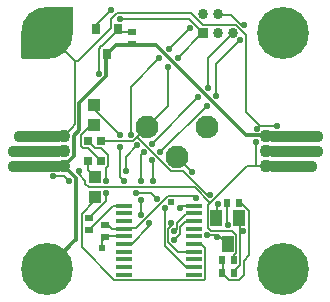
<source format=gtl>
G04 EAGLE Gerber X2 export*
%TF.Part,Single*%
%TF.FileFunction,Copper,L1,Top,Mixed*%
%TF.FilePolarity,Positive*%
%TF.GenerationSoftware,Autodesk,EAGLE,9.6.2*%
%TF.CreationDate,2022-06-05T05:17:34Z*%
G75*
%MOMM*%
%FSLAX34Y34*%
%LPD*%
%INTop Copper*%
%AMOC8*
5,1,8,0,0,1.08239X$1,22.5*%
G01*
%ADD10R,0.700000X0.600000*%
%ADD11R,0.600000X0.700000*%
%ADD12R,0.800000X0.900000*%
%ADD13C,0.863600*%
%ADD14R,0.863600X0.863600*%
%ADD15R,0.700000X0.800000*%
%ADD16C,0.720000*%
%ADD17C,1.100000*%
%ADD18C,0.558800*%
%ADD19R,1.100000X1.000000*%
%ADD20R,1.000000X1.400000*%
%ADD21R,1.475000X0.450000*%
%ADD22C,4.400000*%
%ADD23C,1.930400*%
%ADD24C,0.152400*%
%ADD25C,0.604000*%
%ADD26C,0.304800*%

G36*
X61006Y224011D02*
X61006Y224011D01*
X61128Y224009D01*
X61147Y224014D01*
X61167Y224015D01*
X61283Y224052D01*
X61400Y224084D01*
X61417Y224095D01*
X61435Y224101D01*
X61536Y224168D01*
X61640Y224232D01*
X61653Y224247D01*
X61669Y224258D01*
X61747Y224351D01*
X61829Y224442D01*
X61837Y224459D01*
X61850Y224475D01*
X61899Y224586D01*
X61952Y224695D01*
X61955Y224714D01*
X61963Y224733D01*
X61989Y224935D01*
X61999Y225000D01*
X61999Y246000D01*
X61990Y246062D01*
X61991Y246112D01*
X61991Y246113D01*
X61991Y246128D01*
X61970Y246203D01*
X61959Y246279D01*
X61933Y246338D01*
X61916Y246400D01*
X61875Y246466D01*
X61843Y246536D01*
X61801Y246585D01*
X61768Y246640D01*
X61710Y246692D01*
X61660Y246750D01*
X61606Y246786D01*
X61558Y246829D01*
X61489Y246862D01*
X61424Y246905D01*
X61362Y246924D01*
X61305Y246952D01*
X61235Y246963D01*
X61154Y246987D01*
X61069Y246988D01*
X61000Y246999D01*
X40000Y246999D01*
X39871Y246981D01*
X39742Y246965D01*
X39732Y246961D01*
X39721Y246959D01*
X39602Y246906D01*
X39482Y246855D01*
X39474Y246848D01*
X39464Y246843D01*
X39365Y246759D01*
X39264Y246676D01*
X39258Y246667D01*
X39250Y246660D01*
X39178Y246551D01*
X39104Y246443D01*
X39101Y246433D01*
X39095Y246424D01*
X39057Y246299D01*
X39016Y246175D01*
X39016Y246165D01*
X39013Y246154D01*
X39011Y246024D01*
X39006Y245894D01*
X39009Y245883D01*
X39009Y245872D01*
X39044Y245746D01*
X39076Y245620D01*
X39081Y245611D01*
X39084Y245600D01*
X39153Y245489D01*
X39219Y245377D01*
X39226Y245370D01*
X39232Y245360D01*
X39442Y245171D01*
X39444Y245170D01*
X39446Y245169D01*
X51287Y237274D01*
X60178Y224431D01*
X60261Y224342D01*
X60340Y224250D01*
X60357Y224239D01*
X60370Y224224D01*
X60474Y224162D01*
X60576Y224095D01*
X60595Y224089D01*
X60612Y224079D01*
X60730Y224048D01*
X60846Y224013D01*
X60866Y224012D01*
X60885Y224007D01*
X61006Y224011D01*
G37*
G36*
X40007Y203002D02*
X40007Y203002D01*
X40015Y203001D01*
X40148Y203022D01*
X40279Y203041D01*
X40286Y203044D01*
X40293Y203045D01*
X40415Y203102D01*
X40536Y203157D01*
X40542Y203162D01*
X40549Y203165D01*
X40650Y203254D01*
X40750Y203340D01*
X40754Y203346D01*
X40760Y203351D01*
X40831Y203464D01*
X40905Y203576D01*
X40907Y203583D01*
X40911Y203590D01*
X40948Y203717D01*
X40987Y203846D01*
X40987Y203853D01*
X40989Y203860D01*
X40989Y203994D01*
X40991Y204128D01*
X40989Y204135D01*
X40989Y204142D01*
X40952Y204270D01*
X40916Y204400D01*
X40912Y204406D01*
X40910Y204413D01*
X40838Y204526D01*
X40768Y204640D01*
X40762Y204645D01*
X40758Y204651D01*
X40704Y204697D01*
X40558Y204829D01*
X40539Y204838D01*
X40524Y204851D01*
X27726Y212726D01*
X19851Y225524D01*
X19846Y225530D01*
X19843Y225536D01*
X19801Y225585D01*
X19777Y225624D01*
X19739Y225659D01*
X19671Y225741D01*
X19665Y225745D01*
X19660Y225750D01*
X19578Y225804D01*
X19568Y225813D01*
X19554Y225820D01*
X19547Y225824D01*
X19437Y225899D01*
X19430Y225901D01*
X19424Y225905D01*
X19296Y225944D01*
X19169Y225985D01*
X19161Y225985D01*
X19154Y225987D01*
X19021Y225989D01*
X18887Y225993D01*
X18880Y225991D01*
X18872Y225991D01*
X18743Y225955D01*
X18614Y225922D01*
X18608Y225918D01*
X18600Y225916D01*
X18486Y225845D01*
X18372Y225777D01*
X18367Y225772D01*
X18360Y225768D01*
X18271Y225668D01*
X18180Y225571D01*
X18176Y225564D01*
X18171Y225558D01*
X18113Y225438D01*
X18107Y225427D01*
X18095Y225408D01*
X18091Y225394D01*
X18053Y225319D01*
X18052Y225311D01*
X18048Y225305D01*
X18038Y225236D01*
X18030Y225195D01*
X18013Y225138D01*
X18012Y225099D01*
X18002Y225041D01*
X18004Y225019D01*
X18001Y225000D01*
X18001Y204000D01*
X18010Y203936D01*
X18009Y203872D01*
X18030Y203797D01*
X18041Y203721D01*
X18067Y203662D01*
X18084Y203600D01*
X18125Y203534D01*
X18157Y203464D01*
X18199Y203415D01*
X18232Y203360D01*
X18290Y203308D01*
X18340Y203250D01*
X18394Y203214D01*
X18442Y203171D01*
X18511Y203138D01*
X18576Y203095D01*
X18638Y203076D01*
X18695Y203048D01*
X18765Y203037D01*
X18846Y203013D01*
X18931Y203012D01*
X19000Y203001D01*
X40000Y203001D01*
X40007Y203002D01*
G37*
D10*
X112112Y215260D03*
X112112Y225260D03*
X89504Y61766D03*
X89504Y51766D03*
D11*
X192380Y81018D03*
X202380Y81018D03*
X188548Y21336D03*
X198548Y21336D03*
X188548Y32766D03*
X198548Y32766D03*
D12*
X100404Y227762D03*
X81404Y227762D03*
X90904Y206762D03*
D13*
X185138Y240626D03*
X185138Y224878D03*
X172438Y240626D03*
D14*
X172438Y224878D03*
D13*
X197838Y224878D03*
D15*
X74500Y133500D03*
X85500Y133500D03*
X74500Y116500D03*
X85500Y116500D03*
D10*
X75476Y57808D03*
X75476Y67808D03*
D16*
X49400Y136800D02*
X49400Y138600D01*
X49400Y136800D02*
X15600Y136800D01*
X15600Y138600D01*
X49400Y138600D01*
X49400Y125900D02*
X49400Y124100D01*
X10600Y124100D01*
X10600Y125900D01*
X49400Y125900D01*
X49400Y113200D02*
X49400Y111400D01*
X10600Y111400D01*
X10600Y113200D01*
X49400Y113200D01*
D17*
X54500Y112300D03*
X54500Y125000D03*
X54500Y137700D03*
D18*
X23500Y125000D03*
D19*
X80428Y102832D03*
X80428Y85832D03*
X80000Y146500D03*
X80000Y163500D03*
D20*
X193032Y45986D03*
X183532Y67986D03*
X202532Y67986D03*
D21*
X105562Y78562D03*
X105562Y72062D03*
X105562Y65562D03*
X105562Y59062D03*
X105562Y52562D03*
X105562Y46062D03*
X105562Y39562D03*
X105562Y33062D03*
X105562Y26562D03*
X105562Y20062D03*
X164322Y20062D03*
X164322Y26562D03*
X164322Y33062D03*
X164322Y39562D03*
X164322Y46062D03*
X164322Y52562D03*
X164322Y59062D03*
X164322Y65562D03*
X164322Y72062D03*
X164322Y78562D03*
D16*
X230600Y111400D02*
X230600Y113200D01*
X264400Y113200D01*
X264400Y111400D01*
X230600Y111400D01*
X230600Y124100D02*
X230600Y125900D01*
X269400Y125900D01*
X269400Y124100D01*
X230600Y124100D01*
X230600Y136800D02*
X230600Y138600D01*
X269400Y138600D01*
X269400Y136800D01*
X230600Y136800D01*
D17*
X225500Y137700D03*
X225500Y125000D03*
X225500Y112300D03*
D18*
X256500Y125000D03*
D22*
X40000Y225000D03*
X40000Y25000D03*
X240000Y25000D03*
X240000Y225000D03*
D23*
X124600Y145000D03*
X175400Y145000D03*
X150000Y119600D03*
D24*
X90300Y52562D02*
X89504Y51766D01*
X90300Y52562D02*
X105562Y52562D01*
X89504Y51766D02*
X86440Y48702D01*
X86440Y43006D01*
D25*
X86440Y43006D03*
D24*
X54500Y125000D02*
X30000Y125000D01*
X225500Y125000D02*
X250000Y125000D01*
X256500Y125000D01*
X30000Y125000D02*
X23500Y125000D01*
X144780Y81534D02*
X145000Y81754D01*
D25*
X144780Y81534D03*
D24*
X198628Y23368D02*
X198628Y21336D01*
X198628Y23368D02*
X203708Y28448D01*
X203708Y56896D02*
X203708Y66548D01*
X203708Y56896D02*
X203708Y28448D01*
X203708Y66548D02*
X202692Y67564D01*
X198628Y21336D02*
X198548Y21336D01*
X202692Y67564D02*
X202532Y67986D01*
X111760Y225552D02*
X102616Y225552D01*
X100584Y227584D01*
X111760Y225552D02*
X112112Y225260D01*
X100584Y227584D02*
X100404Y227762D01*
X100076Y227076D02*
X86360Y213360D01*
X85852Y213360D01*
X83820Y211328D01*
X83820Y189992D01*
X100076Y227076D02*
X100404Y227762D01*
X203708Y56896D02*
X206248Y56896D01*
D18*
X83820Y189992D03*
X206248Y56896D03*
D24*
X91970Y61766D02*
X89504Y61766D01*
X91970Y61766D02*
X94942Y58794D01*
X105294Y58794D01*
X105562Y59062D01*
X81788Y228092D02*
X81788Y231140D01*
X94488Y243840D01*
X101600Y236728D02*
X160528Y236728D01*
X172212Y225044D01*
X81788Y228092D02*
X81404Y227762D01*
X172212Y225044D02*
X172438Y224878D01*
X113284Y133604D02*
X85852Y133604D01*
X116332Y136652D02*
X124460Y144780D01*
X116332Y136652D02*
X113284Y133604D01*
X85852Y133604D02*
X85500Y133500D01*
X124460Y144780D02*
X124600Y145000D01*
X183896Y79248D02*
X183896Y68072D01*
X183896Y79248D02*
X184912Y80264D01*
X178308Y87884D02*
X175260Y87884D01*
X155448Y107696D01*
X145288Y107696D01*
X116332Y136652D01*
X183532Y67986D02*
X183896Y68072D01*
X115316Y59436D02*
X106172Y59436D01*
X115316Y59436D02*
X142748Y86868D01*
X165100Y86868D01*
X166624Y85344D01*
X106172Y59436D02*
X105562Y59062D01*
X150876Y203708D02*
X171704Y224536D01*
X142748Y195580D02*
X142748Y163068D01*
X124968Y145288D01*
X171704Y224536D02*
X172438Y224878D01*
X124968Y145288D02*
X124600Y145000D01*
D18*
X94488Y243840D03*
X101600Y236728D03*
X184912Y80264D03*
X178308Y87884D03*
X166624Y85344D03*
X150876Y203708D03*
X142748Y195580D03*
D24*
X157988Y65532D02*
X164084Y65532D01*
X157988Y65532D02*
X152908Y60452D01*
X152908Y54864D01*
X147828Y49784D01*
X106680Y107696D02*
X106680Y119888D01*
X116332Y129540D01*
X111252Y138684D02*
X111252Y179324D01*
X135128Y203200D01*
X143256Y211328D02*
X161036Y229108D01*
X164322Y65562D02*
X164084Y65532D01*
D18*
X147828Y49784D03*
X106680Y107696D03*
X116332Y129540D03*
X111252Y138684D03*
X135128Y203200D03*
X143256Y211328D03*
X161036Y229108D03*
D24*
X164084Y71628D02*
X157480Y71628D01*
X149860Y64008D01*
X149860Y58928D01*
X147828Y56896D01*
X130048Y99060D02*
X130048Y115824D01*
X129032Y116840D01*
X136144Y123952D02*
X175260Y163068D01*
X183388Y171196D02*
X183388Y198120D01*
X203708Y218440D01*
X204216Y231648D02*
X207264Y231648D01*
X204216Y231648D02*
X195580Y240284D01*
X185420Y240284D01*
X164322Y72062D02*
X164084Y71628D01*
X185420Y240284D02*
X185138Y240626D01*
D18*
X147828Y56896D03*
X130048Y99060D03*
X129032Y116840D03*
X136144Y123952D03*
X175260Y163068D03*
X183388Y171196D03*
X203708Y218440D03*
X207264Y231648D03*
D24*
X111760Y46228D02*
X105664Y46228D01*
X111760Y46228D02*
X126492Y60960D01*
X126492Y63500D01*
X119380Y70612D02*
X119380Y82804D01*
X119888Y83312D01*
X119888Y99060D02*
X119888Y121920D01*
X121920Y123952D01*
X129032Y131064D02*
X168148Y170180D01*
X176276Y178308D02*
X176276Y203200D01*
X197612Y224536D01*
X105664Y46228D02*
X105562Y46062D01*
X197612Y224536D02*
X197838Y224878D01*
D18*
X126492Y63500D03*
X119380Y70612D03*
X119888Y83312D03*
X119888Y99060D03*
X121920Y123952D03*
X129032Y131064D03*
X168148Y170180D03*
X176276Y178308D03*
D24*
X192532Y80772D02*
X192532Y62992D01*
X193040Y62484D01*
X186436Y52324D02*
X183896Y52324D01*
X186436Y52324D02*
X192532Y46228D01*
X192532Y80772D02*
X192380Y81018D01*
X192532Y46228D02*
X193032Y45986D01*
X164084Y78232D02*
X153924Y78232D01*
X152400Y76708D01*
X175768Y53340D02*
X182880Y53340D01*
X164084Y78232D02*
X164322Y78562D01*
X182880Y53340D02*
X183896Y52324D01*
D18*
X193040Y62484D03*
X183896Y52324D03*
X152400Y76708D03*
X175768Y53340D03*
D24*
X188976Y32512D02*
X188976Y21336D01*
X188548Y21336D01*
X188976Y32512D02*
X188548Y32766D01*
X202692Y80772D02*
X204724Y80772D01*
X211328Y74168D01*
X211328Y36576D01*
X206756Y32004D01*
X206756Y19812D01*
X202692Y15748D01*
X194564Y15748D01*
X189484Y20828D01*
X202692Y80772D02*
X202380Y81018D01*
X188548Y21336D02*
X189484Y20828D01*
X64008Y200992D02*
X40000Y225000D01*
X64008Y147208D02*
X61270Y144470D01*
X54500Y137700D01*
X64008Y178308D02*
X64008Y200992D01*
X64008Y178308D02*
X64008Y147208D01*
X198628Y36576D02*
X198628Y33020D01*
X198628Y36576D02*
X200152Y38100D01*
X200152Y53848D01*
X196596Y57404D01*
X178816Y57404D01*
X176276Y59944D01*
X176276Y78740D01*
X178308Y80772D02*
X209804Y112268D01*
X178308Y80772D02*
X176276Y78740D01*
X216916Y112268D02*
X225044Y112268D01*
X216916Y112268D02*
X209804Y112268D01*
X198628Y33020D02*
X198548Y32766D01*
X225044Y112268D02*
X225500Y112300D01*
X54864Y103632D02*
X45212Y103632D01*
X54864Y103632D02*
X58928Y99568D01*
X67056Y105156D02*
X67056Y107696D01*
X67056Y105156D02*
X72644Y99568D01*
X72644Y97028D01*
X75692Y93980D01*
X165100Y93980D01*
X178308Y80772D01*
X220472Y146304D02*
X234696Y146304D01*
X220472Y146304D02*
X217932Y143764D01*
X216916Y132588D02*
X216916Y112268D01*
X66548Y201168D02*
X64516Y201168D01*
X66548Y201168D02*
X93980Y228600D01*
X93980Y236220D01*
X99568Y241808D01*
X162052Y241808D01*
X172212Y231648D01*
X200152Y231648D01*
X208788Y223012D01*
X208788Y157988D01*
X220472Y146304D01*
X64516Y201168D02*
X64008Y200992D01*
D18*
X45212Y103632D03*
X58928Y99568D03*
X67056Y107696D03*
X234696Y146304D03*
X217932Y143764D03*
X216916Y132588D03*
D26*
X63126Y48126D02*
X40000Y25000D01*
X63126Y48126D02*
X64770Y49770D01*
X64770Y102030D02*
X54500Y112300D01*
X64770Y102030D02*
X64770Y49770D01*
X225552Y137668D02*
X249936Y137668D01*
X250000Y137700D01*
X225552Y137668D02*
X225500Y137700D01*
X111760Y214884D02*
X98552Y214884D01*
X90932Y207264D01*
X111760Y214884D02*
X112112Y215260D01*
X90932Y207264D02*
X90904Y206762D01*
X89916Y205740D02*
X89916Y187960D01*
X67564Y165608D01*
X67564Y142240D01*
X62992Y137668D01*
X62992Y120904D01*
X55372Y113284D01*
X89916Y205740D02*
X90904Y206762D01*
X55372Y113284D02*
X54500Y112300D01*
X53340Y112268D02*
X30480Y112268D01*
X30000Y112300D01*
X53340Y112268D02*
X54500Y112300D01*
X208280Y138176D02*
X224028Y138176D01*
X208280Y138176D02*
X132080Y214376D01*
X113284Y214376D01*
X224028Y138176D02*
X225500Y137700D01*
X113284Y214376D02*
X112112Y215260D01*
D24*
X86360Y78740D02*
X75692Y68072D01*
X86360Y78740D02*
X86868Y78740D01*
X90424Y82296D01*
X90424Y88900D01*
X90424Y99060D02*
X90424Y110744D01*
X91440Y111760D01*
X91440Y121412D01*
X85852Y127000D01*
X80772Y127000D01*
X74676Y133096D01*
X75692Y68072D02*
X75476Y67808D01*
X74676Y133096D02*
X74500Y133500D01*
D18*
X90424Y88900D03*
X90424Y99060D03*
D24*
X74676Y108712D02*
X74676Y116332D01*
X74676Y108712D02*
X80264Y103124D01*
X74676Y116332D02*
X74500Y116500D01*
X80264Y103124D02*
X80428Y102832D01*
X85344Y116840D02*
X75184Y127000D01*
X70612Y127000D01*
X68580Y129032D01*
X68580Y138176D01*
X76708Y146304D01*
X79756Y146304D01*
X85344Y116840D02*
X85500Y116500D01*
X79756Y146304D02*
X80000Y146500D01*
X80264Y85344D02*
X80264Y82296D01*
X69596Y71628D01*
X69596Y43180D01*
X97028Y15748D01*
X172720Y15748D01*
X173736Y16764D01*
X173736Y42672D01*
X170688Y45720D01*
X164592Y45720D01*
X80264Y85344D02*
X80428Y85832D01*
X164322Y46062D02*
X164592Y45720D01*
X96012Y78232D02*
X75692Y57912D01*
X96012Y78232D02*
X105156Y78232D01*
X75692Y57912D02*
X75476Y57808D01*
X105156Y78232D02*
X105562Y78562D01*
X80264Y160020D02*
X80264Y163068D01*
X80264Y160020D02*
X101600Y138684D01*
X101600Y128524D02*
X101600Y102616D01*
X105156Y99060D01*
X115316Y88900D02*
X128524Y88900D01*
X133096Y84328D01*
X144780Y64008D02*
X144780Y60960D01*
X142748Y58928D01*
X142748Y47752D01*
X150876Y39624D01*
X164084Y39624D01*
X80264Y163068D02*
X80000Y163500D01*
X164084Y39624D02*
X164322Y39562D01*
D18*
X101600Y138684D03*
X101600Y128524D03*
X105156Y99060D03*
X115316Y88900D03*
X133096Y84328D03*
X144780Y64008D03*
D24*
X157480Y26924D02*
X164084Y26924D01*
X157480Y26924D02*
X139700Y44704D01*
X139700Y76200D01*
X163068Y107188D02*
X150368Y119888D01*
X164084Y26924D02*
X164322Y26562D01*
X150000Y119600D02*
X150368Y119888D01*
D18*
X139700Y76200D03*
X163068Y107188D03*
M02*

</source>
